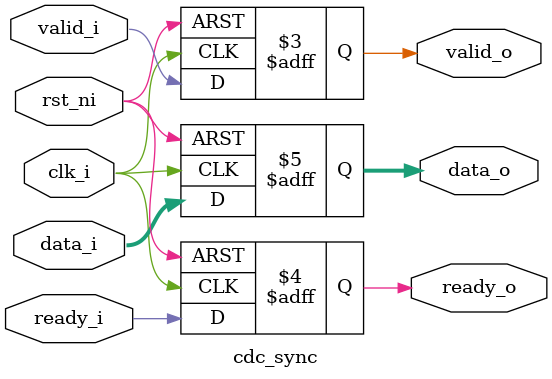
<source format=sv>
module cdc_sync (
  input  logic clk_i,
  input  logic rst_ni,

  input  logic        valid_i,
  input  logic        ready_i,
  input  logic [31:0] data_i,

  output logic        valid_o,
  output logic        ready_o,
  output logic [31:0] data_o
);

  always_ff @(posedge clk_i or negedge rst_ni) begin
    if (!rst_ni) begin
      valid_o <= 0;
      ready_o <= 0;
      data_o  <= 0;
    end else begin
      valid_o <= valid_i;
      ready_o <= ready_i;
      data_o  <= data_i;
    end
  end

endmodule

</source>
